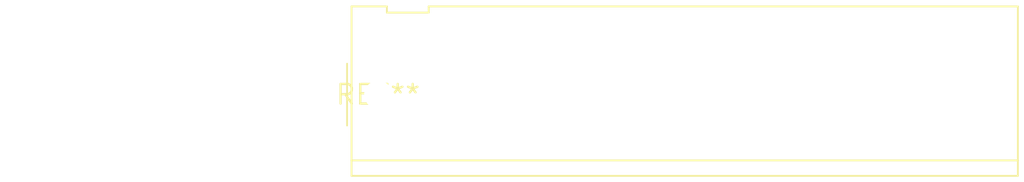
<source format=kicad_pcb>
(kicad_pcb (version 20240108) (generator pcbnew)
  (layers (0 "F.Cu" signal) (31 "B.Cu" signal) (34 "B.Paste" user) (35 "F.Paste" user) (36 "B.SilkS" user "B.Silkscreen") (37 "F.SilkS" user "F.Silkscreen") (38 "B.Mask" user) (39 "F.Mask" user) (44 "Edge.Cuts" user))
  (net 0 "")
  (footprint "Molex_KK-396_5273-11A_1x11_P3.96mm_Vertical" (layer "F.Cu") (at 0 0)
    (property "Reference" "REF**")
    (property "Value" "Molex_KK-396_5273-11A_1x11_P3.96mm_Vertical")
    (fp_line (start -2 -2) (end -2 2) (layer "F.SilkS") (stroke (width 0.12)))
    (fp_line (start -1.71 -5.71) (end 0.57 -5.71) (layer "F.SilkS") (stroke (width 0.12)))
    (fp_line (start -1.71 4.26) (end -1.71 -5.71) (layer "F.SilkS") (stroke (width 0.12)))
    (fp_line (start -1.71 4.26) (end 41.31 4.26) (layer "F.SilkS") (stroke (width 0.12)))
    (fp_line (start -1.71 5.26) (end -1.71 4.26) (layer "F.SilkS") (stroke (width 0.12)))
    (fp_line (start 0.57 -5.71) (end 0.57 -5.31) (layer "F.SilkS") (stroke (width 0.12)))
    (fp_line (start 0.57 -5.31) (end 3.27 -5.31) (layer "F.SilkS") (stroke (width 0.12)))
    (fp_line (start 3.27 -5.71) (end 41.31 -5.71) (layer "F.SilkS") (stroke (width 0.12)))
    (fp_line (start 3.27 -5.31) (end 3.27 -5.71) (layer "F.SilkS") (stroke (width 0.12)))
    (fp_line (start 41.31 -5.71) (end 41.31 5.26) (layer "F.SilkS") (stroke (width 0.12)))
    (fp_line (start 41.31 5.26) (end -1.71 5.26) (layer "F.SilkS") (stroke (width 0.12)))
    (pad "1" thru_hole roundrect (at 0 0) (size 3.16 4.2) (drill 1.8) (layers *.Cu *.Mask) (remove_unused_layers) (roundrect_rratio 0.079114))
    (pad "2" thru_hole oval (at 3.96 0) (size 3.16 4.2) (drill 1.8) (layers *.Cu *.Mask) (remove_unused_layers))
    (pad "3" thru_hole oval (at 7.92 0) (size 3.16 4.2) (drill 1.8) (layers *.Cu *.Mask) (remove_unused_layers))
    (pad "4" thru_hole oval (at 11.88 0) (size 3.16 4.2) (drill 1.8) (layers *.Cu *.Mask) (remove_unused_layers))
    (pad "5" thru_hole oval (at 15.84 0) (size 3.16 4.2) (drill 1.8) (layers *.Cu *.Mask) (remove_unused_layers))
    (pad "6" thru_hole oval (at 19.8 0) (size 3.16 4.2) (drill 1.8) (layers *.Cu *.Mask) (remove_unused_layers))
    (pad "7" thru_hole oval (at 23.76 0) (size 3.16 4.2) (drill 1.8) (layers *.Cu *.Mask) (remove_unused_layers))
    (pad "8" thru_hole oval (at 27.72 0) (size 3.16 4.2) (drill 1.8) (layers *.Cu *.Mask) (remove_unused_layers))
    (pad "9" thru_hole oval (at 31.68 0) (size 3.16 4.2) (drill 1.8) (layers *.Cu *.Mask) (remove_unused_layers))
    (pad "10" thru_hole oval (at 35.64 0) (size 3.16 4.2) (drill 1.8) (layers *.Cu *.Mask) (remove_unused_layers))
    (pad "11" thru_hole oval (at 39.6 0) (size 3.16 4.2) (drill 1.8) (layers *.Cu *.Mask) (remove_unused_layers))
  )
)
</source>
